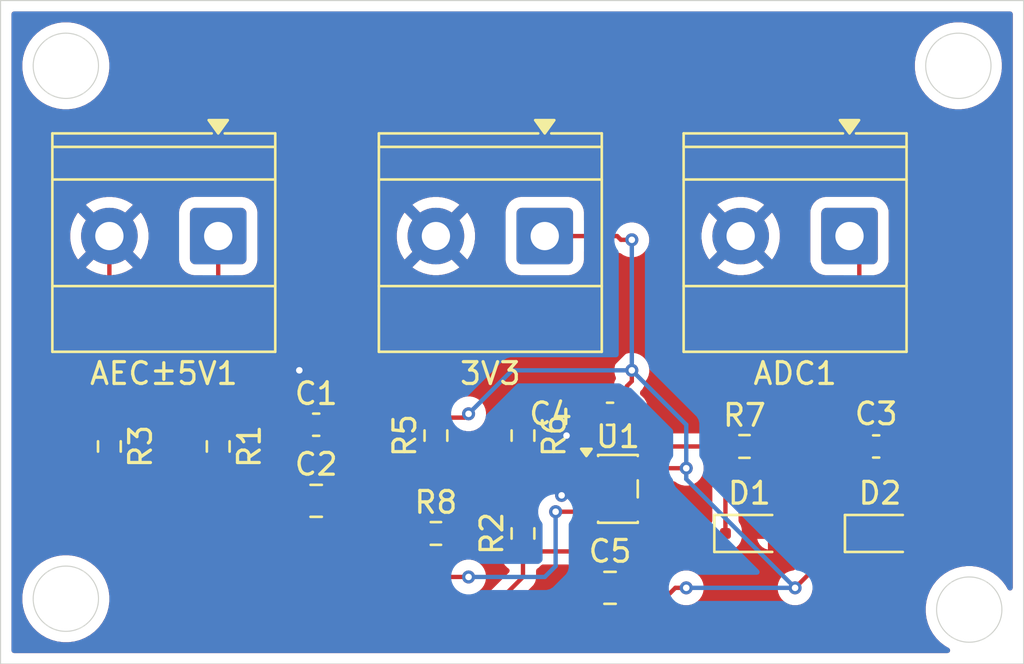
<source format=kicad_pcb>
(kicad_pcb (version 20241229) (generator "pcbnew") (generator_version "9.0")
  (layers (0 "F.Cu" signal) (2 "B.Cu" signal) (13 "F.Paste" user) (15 "B.Paste" user) (5 "F.SilkS" user "F.Silkscreen") (7 "B.SilkS" user "B.Silkscreen") (1 "F.Mask" user) (3 "B.Mask" user) (25 "Edge.Cuts" user))
  (net 0 "")
  (net 1 "V_Map")
  (net 2 "GND")
  (net 3 "/ADC Output")
  (net 4 "/V_Map_Output")
  (net 5 "Net-(U1--)")
  (net 6 "Net-(R2-Pad2)")
  (net 7 "Net-(3V3-Pin_1)")
  (net 8 "Net-(AEC±5V1-Pin_1)")
  (footprint "Capacitor_SMD:C_0805_2012Metric" (layer "F.Cu") (at 98.5 83.5)
    (property "Reference" "C2" (at 0 -1.68 0) (layer "F.SilkS"))
    (property "Value" "1uf")
    (fp_line (start -0.261252 -0.735) (end 0.261252 -0.735) (stroke (width 0.12)) (layer "F.SilkS"))
    (fp_line (start -0.261252 0.735) (end 0.261252 0.735) (stroke (width 0.12)) (layer "F.SilkS"))
    (pad "1" smd roundrect (at -0.95 0) (size 1 1.45) (layers "F.Cu" "F.Mask" "F.Paste") (net 2 "GND"))
    (pad "2" smd roundrect (at 0.95 0) (size 1 1.45) (layers "F.Cu" "F.Mask" "F.Paste") (net 1 "V_Map"))
  )
  (footprint "Capacitor_SMD:C_0603_1608Metric" (layer "F.Cu") (at 98.5 80)
    (property "Reference" "C1" (at 0 -1.43 0) (layer "F.SilkS"))
    (property "Value" "0.1uf")
    (fp_line (start -0.14058 -0.51) (end 0.14058 -0.51) (stroke (width 0.12)) (layer "F.SilkS"))
    (fp_line (start -0.14058 0.51) (end 0.14058 0.51) (stroke (width 0.12)) (layer "F.SilkS"))
    (pad "1" smd roundrect (at -0.775 0) (size 0.9 0.95) (layers "F.Cu" "F.Mask" "F.Paste") (net 2 "GND"))
    (pad "2" smd roundrect (at 0.775 0) (size 0.9 0.95) (layers "F.Cu" "F.Mask" "F.Paste") (net 1 "V_Map"))
  )
  (footprint "TerminalBlock_Phoenix:TerminalBlock_Phoenix_MKDS-1,5-2_1x02_P5.00mm_Horizontal" (layer "F.Cu") (at 109 71.3275 180)
    (property "Reference" "3V3" (at 2.5 -6.32 0) (layer "F.SilkS"))
    (property "Value" "3.3")
    (fp_line (start 7.62 4.72) (end 0.3 4.72) (stroke (width 0.12)) (layer "F.SilkS"))
    (fp_line (start 7.62 -5.32) (end 7.62 4.72) (stroke (width 0.12)) (layer "F.SilkS"))
    (fp_line (start -0.3 4.72) (end -2.62 4.72) (stroke (width 0.12)) (layer "F.SilkS"))
    (fp_line (start -2.62 4.72) (end -2.62 -5.32) (stroke (width 0.12)) (layer "F.SilkS"))
    (fp_line (start -2.62 4.1) (end 7.62 4.1) (stroke (width 0.12)) (layer "F.SilkS"))
    (fp_line (start -2.62 2.6) (end 7.62 2.6) (stroke (width 0.12)) (layer "F.SilkS"))
    (fp_line (start -2.62 -2.3) (end 7.62 -2.3) (stroke (width 0.12)) (layer "F.SilkS"))
    (fp_line (start -2.62 -5.32) (end 7.62 -5.32) (stroke (width 0.12)) (layer "F.SilkS"))
    (fp_poly (pts (xy 0 4.72) (xy 0.44 5.33) (xy -0.44 5.33)) (stroke (width 0.12)) (fill yes) (layer "F.SilkS"))
    (pad "1" thru_hole roundrect (at 0 0 180) (size 2.6 2.6) (drill 1.3) (layers "*.Cu" "*.Mask") (roundrect_rratio 0.096154) (net 7 "Net-(3V3-Pin_1)"))
    (pad "2" thru_hole circle (at 5 0 180) (size 2.6 2.6) (drill 1.3) (layers "*.Cu" "*.Mask") (net 2 "GND"))
  )
  (footprint "Resistor_SMD:R_0603_1608Metric" (layer "F.Cu") (at 104 85)
    (property "Reference" "R8" (at 0 -1.43 0) (layer "F.SilkS"))
    (property "Value" "10k")
    (fp_line (start -0.237258 -0.5225) (end 0.237258 -0.5225) (stroke (width 0.12)) (layer "F.SilkS"))
    (fp_line (start -0.237258 0.5225) (end 0.237258 0.5225) (stroke (width 0.12)) (layer "F.SilkS"))
    (pad "1" smd roundrect (at -0.825 0) (size 0.8 0.95) (layers "F.Cu" "F.Mask" "F.Paste") (net 4 "/V_Map_Output"))
    (pad "2" smd roundrect (at 0.825 0) (size 0.8 0.95) (layers "F.Cu" "F.Mask" "F.Paste") (net 1 "V_Map"))
  )
  (footprint "Capacitor_SMD:C_0603_1608Metric" (layer "F.Cu") (at 112 79.5)
    (property "Reference" "C4" (at -2.725 0 0) (layer "F.SilkS"))
    (property "Value" "0.1uf")
    (fp_line (start -0.14058 -0.51) (end 0.14058 -0.51) (stroke (width 0.12)) (layer "F.SilkS"))
    (fp_line (start -0.14058 0.51) (end 0.14058 0.51) (stroke (width 0.12)) (layer "F.SilkS"))
    (pad "1" smd roundrect (at -0.775 0) (size 0.9 0.95) (layers "F.Cu" "F.Mask" "F.Paste") (net 2 "GND"))
    (pad "2" smd roundrect (at 0.775 0) (size 0.9 0.95) (layers "F.Cu" "F.Mask" "F.Paste") (net 7 "Net-(3V3-Pin_1)"))
  )
  (footprint "Resistor_SMD:R_0603_1608Metric" (layer "F.Cu") (at 118.175 81)
    (property "Reference" "R7" (at 0 -1.43 0) (layer "F.SilkS"))
    (property "Value" "100")
    (fp_line (start -0.237258 -0.5225) (end 0.237258 -0.5225) (stroke (width 0.12)) (layer "F.SilkS"))
    (fp_line (start -0.237258 0.5225) (end 0.237258 0.5225) (stroke (width 0.12)) (layer "F.SilkS"))
    (pad "1" smd roundrect (at -0.825 0) (size 0.8 0.95) (layers "F.Cu" "F.Mask" "F.Paste") (net 6 "Net-(R2-Pad2)"))
    (pad "2" smd roundrect (at 0.825 0) (size 0.8 0.95) (layers "F.Cu" "F.Mask" "F.Paste") (net 3 "/ADC Output"))
  )
  (footprint "Resistor_SMD:R_0603_1608Metric" (layer "F.Cu") (at 108 80.5 -90)
    (property "Reference" "R6" (at 0 -1.43 90) (layer "F.SilkS"))
    (property "Value" "10k")
    (fp_line (start -0.237258 0.5225) (end 0.237258 0.5225) (stroke (width 0.12)) (layer "F.SilkS"))
    (fp_line (start -0.237258 -0.5225) (end 0.237258 -0.5225) (stroke (width 0.12)) (layer "F.SilkS"))
    (pad "1" smd roundrect (at -0.825 0 270) (size 0.8 0.95) (layers "F.Cu" "F.Mask" "F.Paste") (net 2 "GND"))
    (pad "2" smd roundrect (at 0.825 0 270) (size 0.8 0.95) (layers "F.Cu" "F.Mask" "F.Paste") (net 1 "V_Map"))
  )
  (footprint "Resistor_SMD:R_0603_1608Metric" (layer "F.Cu") (at 108 85 90)
    (property "Reference" "R2" (at 0 -1.43 90) (layer "F.SilkS"))
    (property "Value" "10k")
    (fp_line (start -0.237258 -0.5225) (end 0.237258 -0.5225) (stroke (width 0.12)) (layer "F.SilkS"))
    (fp_line (start -0.237258 0.5225) (end 0.237258 0.5225) (stroke (width 0.12)) (layer "F.SilkS"))
    (pad "1" smd roundrect (at -0.825 0 90) (size 0.8 0.95) (layers "F.Cu" "F.Mask" "F.Paste") (net 5 "Net-(U1--)"))
    (pad "2" smd roundrect (at 0.825 0 90) (size 0.8 0.95) (layers "F.Cu" "F.Mask" "F.Paste") (net 6 "Net-(R2-Pad2)"))
  )
  (footprint "Capacitor_SMD:C_0805_2012Metric" (layer "F.Cu") (at 112 87.5)
    (property "Reference" "C5" (at 0 -1.68 0) (layer "F.SilkS"))
    (property "Value" "1uf")
    (fp_line (start -0.261252 -0.735) (end 0.261252 -0.735) (stroke (width 0.12)) (layer "F.SilkS"))
    (fp_line (start -0.261252 0.735) (end 0.261252 0.735) (stroke (width 0.12)) (layer "F.SilkS"))
    (pad "1" smd roundrect (at -0.95 0) (size 1 1.45) (layers "F.Cu" "F.Mask" "F.Paste") (net 2 "GND"))
    (pad "2" smd roundrect (at 0.95 0) (size 1 1.45) (layers "F.Cu" "F.Mask" "F.Paste") (net 7 "Net-(3V3-Pin_1)"))
  )
  (footprint "Resistor_SMD:R_0603_1608Metric" (layer "F.Cu") (at 89 81 -90)
    (property "Reference" "R3" (at 0 -1.43 90) (layer "F.SilkS"))
    (property "Value" "33k")
    (fp_line (start -0.237258 0.5225) (end 0.237258 0.5225) (stroke (width 0.12)) (layer "F.SilkS"))
    (fp_line (start -0.237258 -0.5225) (end 0.237258 -0.5225) (stroke (width 0.12)) (layer "F.SilkS"))
    (pad "1" smd roundrect (at -0.825 0 270) (size 0.8 0.95) (layers "F.Cu" "F.Mask" "F.Paste") (net 2 "GND"))
    (pad "2" smd roundrect (at 0.825 0 270) (size 0.8 0.95) (layers "F.Cu" "F.Mask" "F.Paste") (net 5 "Net-(U1--)"))
  )
  (footprint "Diode_SMD:D_SOD-323F" (layer "F.Cu") (at 124.4 85)
    (property "Reference" "D2" (at 0 -1.85 0) (layer "F.SilkS"))
    (property "Value" "BAT54J")
    (fp_line (start -1.61 -0.85) (end -1.61 0.85) (stroke (width 0.12)) (layer "F.SilkS"))
    (fp_line (start -1.61 -0.85) (end 1.05 -0.85) (stroke (width 0.12)) (layer "F.SilkS"))
    (fp_line (start -1.61 0.85) (end 1.05 0.85) (stroke (width 0.12)) (layer "F.SilkS"))
    (pad "1" smd roundrect (at -1.1 0) (size 0.5 0.5) (layers "F.Cu" "F.Mask" "F.Paste") (net 7 "Net-(3V3-Pin_1)"))
    (pad "2" smd roundrect (at 1.1 0) (size 0.5 0.5) (layers "F.Cu" "F.Mask" "F.Paste") (net 3 "/ADC Output"))
  )
  (footprint "Resistor_SMD:R_0603_1608Metric" (layer "F.Cu") (at 94 81 -90)
    (property "Reference" "R1" (at 0 -1.43 90) (layer "F.SilkS"))
    (property "Value" "33k")
    (fp_line (start -0.237258 0.5225) (end 0.237258 0.5225) (stroke (width 0.12)) (layer "F.SilkS"))
    (fp_line (start -0.237258 -0.5225) (end 0.237258 -0.5225) (stroke (width 0.12)) (layer "F.SilkS"))
    (pad "1" smd roundrect (at -0.825 0 270) (size 0.8 0.95) (layers "F.Cu" "F.Mask" "F.Paste") (net 8 "Net-(AEC±5V1-Pin_1)"))
    (pad "2" smd roundrect (at 0.825 0 270) (size 0.8 0.95) (layers "F.Cu" "F.Mask" "F.Paste") (net 4 "/V_Map_Output"))
  )
  (footprint "Diode_SMD:D_SOD-323F" (layer "F.Cu") (at 118.4 85)
    (property "Reference" "D1" (at 0 -1.85 0) (layer "F.SilkS"))
    (property "Value" "BAT54J")
    (fp_line (start -1.61 -0.85) (end -1.61 0.85) (stroke (width 0.12)) (layer "F.SilkS"))
    (fp_line (start -1.61 -0.85) (end 1.05 -0.85) (stroke (width 0.12)) (layer "F.SilkS"))
    (fp_line (start -1.61 0.85) (end 1.05 0.85) (stroke (width 0.12)) (layer "F.SilkS"))
    (pad "1" smd roundrect (at -1.1 0) (size 0.5 0.5) (layers "F.Cu" "F.Mask" "F.Paste") (net 3 "/ADC Output"))
    (pad "2" smd roundrect (at 1.1 0) (size 0.5 0.5) (layers "F.Cu" "F.Mask" "F.Paste") (net 2 "GND"))
  )
  (footprint "Package_TO_SOT_SMD:SOT-23-5" (layer "F.Cu") (at 112.3625 82.95)
    (property "Reference" "U1" (at 0 -2.4 0) (layer "F.SilkS"))
    (property "Value" "TLV9061xDBV")
    (fp_line (start -0.91 -1.56) (end 0.91 -1.56) (stroke (width 0.12)) (layer "F.SilkS"))
    (fp_line (start -0.91 -1.51) (end -0.91 -1.56) (stroke (width 0.12)) (layer "F.SilkS"))
    (fp_line (start -0.91 1.56) (end -0.91 1.51) (stroke (width 0.12)) (layer "F.SilkS"))
    (fp_line (start 0.91 -1.56) (end 0.91 -1.51) (stroke (width 0.12)) (layer "F.SilkS"))
    (fp_line (start 0.91 -0.39) (end 0.91 0.39) (stroke (width 0.12)) (layer "F.SilkS"))
    (fp_line (start 0.91 1.51) (end 0.91 1.56) (stroke (width 0.12)) (layer "F.SilkS"))
    (fp_line (start 0.91 1.56) (end -0.91 1.56) (stroke (width 0.12)) (layer "F.SilkS"))
    (fp_poly (pts (xy -1.45 -1.51) (xy -1.69 -1.84) (xy -1.21 -1.84)) (stroke (width 0.12)) (fill yes) (layer "F.SilkS"))
    (pad "1" smd roundrect (at -1.1375 -0.95) (size 1.325 0.6) (layers "F.Cu" "F.Mask" "F.Paste") (net 6 "Net-(R2-Pad2)"))
    (pad "2" smd roundrect (at -1.1375 0) (size 1.325 0.6) (layers "F.Cu" "F.Mask" "F.Paste") (net 2 "GND"))
    (pad "3" smd roundrect (at -1.1375 0.95) (size 1.325 0.6) (layers "F.Cu" "F.Mask" "F.Paste") (net 4 "/V_Map_Output"))
    (pad "4" smd roundrect (at 1.1375 0.95) (size 1.325 0.6) (layers "F.Cu" "F.Mask" "F.Paste") (net 5 "Net-(U1--)"))
    (pad "5" smd roundrect (at 1.1375 -0.95) (size 1.325 0.6) (layers "F.Cu" "F.Mask" "F.Paste") (net 7 "Net-(3V3-Pin_1)"))
  )
  (footprint "TerminalBlock_Phoenix:TerminalBlock_Phoenix_MKDS-1,5-2_1x02_P5.00mm_Horizontal" (layer "F.Cu") (at 123 71.3275 180)
    (property "Reference" "ADC1" (at 2.5 -6.32 0) (layer "F.SilkS"))
    (property "Value" "Screw_Terminal_01x02")
    (fp_line (start 7.62 4.72) (end 0.3 4.72) (stroke (width 0.12)) (layer "F.SilkS"))
    (fp_line (start 7.62 -5.32) (end 7.62 4.72) (stroke (width 0.12)) (layer "F.SilkS"))
    (fp_line (start -0.3 4.72) (end -2.62 4.72) (stroke (width 0.12)) (layer "F.SilkS"))
    (fp_line (start -2.62 4.72) (end -2.62 -5.32) (stroke (width 0.12)) (layer "F.SilkS"))
    (fp_line (start -2.62 4.1) (end 7.62 4.1) (stroke (width 0.12)) (layer "F.SilkS"))
    (fp_line (start -2.62 2.6) (end 7.62 2.6) (stroke (width 0.12)) (layer "F.SilkS"))
    (fp_line (start -2.62 -2.3) (end 7.62 -2.3) (stroke (width 0.12)) (layer "F.SilkS"))
    (fp_line (start -2.62 -5.32) (end 7.62 -5.32) (stroke (width 0.12)) (layer "F.SilkS"))
    (fp_poly (pts (xy 0 4.72) (xy 0.44 5.33) (xy -0.44 5.33)) (stroke (width 0.12)) (fill yes) (layer "F.SilkS"))
    (pad "1" thru_hole roundrect (at 0 0 180) (size 2.6 2.6) (drill 1.3) (layers "*.Cu" "*.Mask") (roundrect_rratio 0.096154) (net 3 "/ADC Output"))
    (pad "2" thru_hole circle (at 5 0 180) (size 2.6 2.6) (drill 1.3) (layers "*.Cu" "*.Mask") (net 2 "GND"))
  )
  (footprint "Resistor_SMD:R_0603_1608Metric" (layer "F.Cu") (at 104 80.5 90)
    (property "Reference" "R5" (at 0 -1.43 90) (layer "F.SilkS"))
    (property "Value" "10k")
    (fp_line (start -0.237258 -0.5225) (end 0.237258 -0.5225) (stroke (width 0.12)) (layer "F.SilkS"))
    (fp_line (start -0.237258 0.5225) (end 0.237258 0.5225) (stroke (width 0.12)) (layer "F.SilkS"))
    (pad "1" smd roundrect (at -0.825 0 90) (size 0.8 0.95) (layers "F.Cu" "F.Mask" "F.Paste") (net 1 "V_Map"))
    (pad "2" smd roundrect (at 0.825 0 90) (size 0.8 0.95) (layers "F.Cu" "F.Mask" "F.Paste") (net 7 "Net-(3V3-Pin_1)"))
  )
  (footprint "TerminalBlock_Phoenix:TerminalBlock_Phoenix_MKDS-1,5-2_1x02_P5.00mm_Horizontal" (layer "F.Cu") (at 94 71.3275 180)
    (property "Reference" "AEC±5V1" (at 2.5 -6.32 0) (layer "F.SilkS"))
    (property "Value" "5")
    (fp_line (start 7.62 4.72) (end 0.3 4.72) (stroke (width 0.12)) (layer "F.SilkS"))
    (fp_line (start 7.62 -5.32) (end 7.62 4.72) (stroke (width 0.12)) (layer "F.SilkS"))
    (fp_line (start -0.3 4.72) (end -2.62 4.72) (stroke (width 0.12)) (layer "F.SilkS"))
    (fp_line (start -2.62 4.72) (end -2.62 -5.32) (stroke (width 0.12)) (layer "F.SilkS"))
    (fp_line (start -2.62 4.1) (end 7.62 4.1) (stroke (width 0.12)) (layer "F.SilkS"))
    (fp_line (start -2.62 2.6) (end 7.62 2.6) (stroke (width 0.12)) (layer "F.SilkS"))
    (fp_line (start -2.62 -2.3) (end 7.62 -2.3) (stroke (width 0.12)) (layer "F.SilkS"))
    (fp_line (start -2.62 -5.32) (end 7.62 -5.32) (stroke (width 0.12)) (layer "F.SilkS"))
    (fp_poly (pts (xy 0 4.72) (xy 0.44 5.33) (xy -0.44 5.33)) (stroke (width 0.12)) (fill yes) (layer "F.SilkS"))
    (pad "1" thru_hole roundrect (at 0 0 180) (size 2.6 2.6) (drill 1.3) (layers "*.Cu" "*.Mask") (roundrect_rratio 0.096154) (net 8 "Net-(AEC±5V1-Pin_1)"))
    (pad "2" thru_hole circle (at 5 0 180) (size 2.6 2.6) (drill 1.3) (layers "*.Cu" "*.Mask") (net 2 "GND"))
  )
  (footprint "Capacitor_SMD:C_0603_1608Metric" (layer "F.Cu") (at 124.225 81 180)
    (property "Reference" "C3" (at 0 1.5 0) (layer "F.SilkS"))
    (property "Value" "1nf")
    (fp_line (start -0.14058 0.51) (end 0.14058 0.51) (stroke (width 0.12)) (layer "F.SilkS"))
    (fp_line (start -0.14058 -0.51) (end 0.14058 -0.51) (stroke (width 0.12)) (layer "F.SilkS"))
    (pad "1" smd roundrect (at -0.775 0 180) (size 0.9 0.95) (layers "F.Cu" "F.Mask" "F.Paste") (net 2 "GND"))
    (pad "2" smd roundrect (at 0.775 0 180) (size 0.9 0.95) (layers "F.Cu" "F.Mask" "F.Paste") (net 3 "/ADC Output"))
  )
  (gr_rect (start 84 60.5) (end 131 91) (stroke (width 0.05)) (fill no) (layer "Edge.Cuts"))
  (gr_circle (center 128 63.5) (end 129.5 63.5) (stroke (width 0.05)) (fill no) (layer "Edge.Cuts"))
  (gr_circle (center 87 63.5) (end 88.5 63.5) (stroke (width 0.05)) (fill no) (layer "Edge.Cuts"))
  (gr_circle (center 87 88) (end 88.5 88) (stroke (width 0.05)) (fill no) (layer "Edge.Cuts"))
  (gr_circle (center 128.5 88.5) (end 130 88.5) (stroke (width 0.05)) (fill no) (layer "Edge.Cuts"))
  (segment (start 108 81.325) (end 104 81.325) (width 0.2) (layer "F.Cu") (net 1))
  (segment (start 99.275 80) (end 102.675 80) (width 0.2) (layer "F.Cu") (net 1))
  (segment (start 104.825 85) (end 104.825 82.15) (width 0.2) (layer "F.Cu") (net 1))
  (segment (start 104.825 82.15) (end 104 81.325) (width 0.2) (layer "F.Cu") (net 1))
  (segment (start 99.275 83.325) (end 99.45 83.5) (width 0.2) (layer "F.Cu") (net 1))
  (segment (start 99.275 80) (end 99.275 83.325) (width 0.2) (layer "F.Cu") (net 1))
  (segment (start 102.675 80) (end 104 81.325) (width 0.2) (layer "F.Cu") (net 1))
  (segment (start 110.225 80.5) (end 111.225 79.5) (width 0.2) (layer "F.Cu") (net 2))
  (segment (start 99.8275 75.5) (end 99 75.5) (width 0.2) (layer "F.Cu") (net 2))
  (segment (start 93 90) (end 108.55 90) (width 0.2) (layer "F.Cu") (net 2))
  (segment (start 119.5 85) (end 119.5 86.5) (width 0.2) (layer "F.Cu") (net 2))
  (segment (start 88 81.175) (end 88 85) (width 0.2) (layer "F.Cu") (net 2))
  (segment (start 113.05 89.5) (end 111.05 87.5) (width 0.2) (layer "F.Cu") (net 2))
  (segment (start 89 80.175) (end 88 81.175) (width 0.2) (layer "F.Cu") (net 2))
  (segment (start 108 79.675) (end 107.675 79.675) (width 0.2) (layer "F.Cu") (net 2))
  (segment (start 108.55 90) (end 111.05 87.5) (width 0.2) (layer "F.Cu") (net 2))
  (segment (start 111.225 79.5) (end 111.225 78.1025) (width 0.2) (layer "F.Cu") (net 2))
  (segment (start 99 75.5) (end 98 75.5) (width 0.2) (layer "F.Cu") (net 2))
  (segment (start 104 71.3275) (end 99.8275 75.5) (width 0.2) (layer "F.Cu") (net 2))
  (segment (start 116.5 89.5) (end 113.05 89.5) (width 0.2) (layer "F.Cu") (net 2))
  (segment (start 107.675 79.675) (end 105.5 77.5) (width 0.2) (layer "F.Cu") (net 2))
  (segment (start 97.725 77.5) (end 97.725 80) (width 0.2) (layer "F.Cu") (net 2))
  (segment (start 110.073529 82.95) (end 109.774837 83.248692) (width 0.2) (layer "F.Cu") (net 2))
  (segment (start 89 71.3275) (end 89 80.175) (width 0.2) (layer "F.Cu") (net 2))
  (segment (start 111.225 82.95) (end 110.073529 82.95) (width 0.2) (layer "F.Cu") (net 2))
  (segment (start 119.5 86.5) (end 116.5 89.5) (width 0.2) (layer "F.Cu") (net 2))
  (segment (start 97.725 83.325) (end 97.55 83.5) (width 0.2) (layer "F.Cu") (net 2))
  (segment (start 97.725 80) (end 97.725 83.325) (width 0.2) (layer "F.Cu") (net 2))
  (segment (start 108 79.675) (end 111.05 79.675) (width 0.2) (layer "F.Cu") (net 2))
  (segment (start 98 75.5) (end 97.725 75.775) (width 0.2) (layer "F.Cu") (net 2))
  (segment (start 111.225 78.1025) (end 118 71.3275) (width 0.2) (layer "F.Cu") (net 2))
  (segment (start 121 85) (end 119.5 85) (width 0.2) (layer "F.Cu") (net 2))
  (segment (start 97.725 75.775) (end 97.725 77.5) (width 0.2) (layer "F.Cu") (net 2))
  (segment (start 105.5 77.5) (end 97.725 77.5) (width 0.2) (layer "F.Cu") (net 2))
  (segment (start 88 85) (end 93 90) (width 0.2) (layer "F.Cu") (net 2))
  (segment (start 111.05 79.675) (end 111.225 79.5) (width 0.2) (layer "F.Cu") (net 2))
  (segment (start 125 81) (end 121 85) (width 0.2) (layer "F.Cu") (net 2))
  (segment (start 110 80.5) (end 110.225 80.5) (width 0.2) (layer "F.Cu") (net 2))
  (via (at 110 80.5) (size 0.6) (drill 0.3) (layers "F.Cu" "B.Cu") (net 2))
  (via (at 97.725 77.5) (size 0.6) (drill 0.3) (layers "F.Cu" "B.Cu") (net 2))
  (via (at 109.774837 83.248692) (size 0.6) (drill 0.3) (layers "F.Cu" "B.Cu") (net 2))
  (segment (start 115.1725 68.5) (end 106.8275 68.5) (width 0.2) (layer "B.Cu") (net 2))
  (segment (start 101.1725 68.5) (end 91.8275 68.5) (width 0.2) (layer "B.Cu") (net 2))
  (segment (start 106.8275 68.5) (end 104 71.3275) (width 0.2) (layer "B.Cu") (net 2))
  (segment (start 95.1725 77.5) (end 97.725 77.5) (width 0.2) (layer "B.Cu") (net 2))
  (segment (start 89 71.3275) (end 95.1725 77.5) (width 0.2) (layer "B.Cu") (net 2))
  (segment (start 109.774837 80.725163) (end 110 80.5) (width 0.2) (layer "B.Cu") (net 2))
  (segment (start 109.774837 83.248692) (end 109.774837 80.725163) (width 0.2) (layer "B.Cu") (net 2))
  (segment (start 118 71.3275) (end 115.1725 68.5) (width 0.2) (layer "B.Cu") (net 2))
  (segment (start 104 71.3275) (end 101.1725 68.5) (width 0.2) (layer "B.Cu") (net 2))
  (segment (start 91.8275 68.5) (end 89 71.3275) (width 0.2) (layer "B.Cu") (net 2))
  (segment (start 123.45 71.7775) (end 123 71.3275) (width 0.2) (layer "F.Cu") (net 3))
  (segment (start 117.3 85) (end 117.3 82.7) (width 0.2) (layer "F.Cu") (net 3))
  (segment (start 125.5 85) (end 127.5 83) (width 0.2) (layer "F.Cu") (net 3))
  (segment (start 127.5 83) (end 127.5 79.5) (width 0.2) (layer "F.Cu") (net 3))
  (segment (start 127.5 79.5) (end 124.95 79.5) (width 0.2) (layer "F.Cu") (net 3))
  (segment (start 117.3 82.7) (end 119 81) (width 0.2) (layer "F.Cu") (net 3))
  (segment (start 123.45 81) (end 123.45 71.7775) (width 0.2) (layer "F.Cu") (net 3))
  (segment (start 124.95 79.5) (end 123.45 81) (width 0.2) (layer "F.Cu") (net 3))
  (segment (start 123.45 81) (end 119 81) (width 0.2) (layer "F.Cu") (net 3))
  (segment (start 95.5 86) (end 100.5 86) (width 0.2) (layer "F.Cu") (net 4))
  (segment (start 101.5 85) (end 103.175 85) (width 0.2) (layer "F.Cu") (net 4))
  (segment (start 109.5 84) (end 111.125 84) (width 0.2) (layer "F.Cu") (net 4))
  (segment (start 94 81.825) (end 94 84.5) (width 0.2) (layer "F.Cu") (net 4))
  (segment (start 103.5 87) (end 105.5 87) (width 0.2) (layer "F.Cu") (net 4))
  (segment (start 100.5 86) (end 101.5 85) (width 0.2) (layer "F.Cu") (net 4))
  (segment (start 103.175 85) (end 103.175 86.675) (width 0.2) (layer "F.Cu") (net 4))
  (segment (start 111.125 84) (end 111.225 83.9) (width 0.2) (layer "F.Cu") (net 4))
  (segment (start 94 84.5) (end 95.5 86) (width 0.2) (layer "F.Cu") (net 4))
  (segment (start 103.175 86.675) (end 103.5 87) (width 0.2) (layer "F.Cu") (net 4))
  (via (at 109.5 84) (size 0.6) (drill 0.3) (layers "F.Cu" "B.Cu") (net 4))
  (via (at 105.5 87) (size 0.6) (drill 0.3) (layers "F.Cu" "B.Cu") (net 4))
  (segment (start 109.5 86.5) (end 109.5 84) (width 0.2) (layer "B.Cu") (net 4))
  (segment (start 109 87) (end 109.5 86.5) (width 0.2) (layer "B.Cu") (net 4))
  (segment (start 105.5 87) (end 109 87) (width 0.2) (layer "B.Cu") (net 4))
  (segment (start 94 88.5) (end 106.5 88.5) (width 0.2) (layer "F.Cu") (net 5))
  (segment (start 108 87) (end 108 85.825) (width 0.2) (layer "F.Cu") (net 5))
  (segment (start 108 85.825) (end 111.575 85.825) (width 0.2) (layer "F.Cu") (net 5))
  (segment (start 89 81.825) (end 89 83.5) (width 0.2) (layer "F.Cu") (net 5))
  (segment (start 106.5 88.5) (end 108 87) (width 0.2) (layer "F.Cu") (net 5))
  (segment (start 89 83.5) (end 94 88.5) (width 0.2) (layer "F.Cu") (net 5))
  (segment (start 111.575 85.825) (end 113.5 83.9) (width 0.2) (layer "F.Cu") (net 5))
  (segment (start 108 84.175) (end 110.175 82) (width 0.2) (layer "F.Cu") (net 6))
  (segment (start 112.225 81) (end 111.225 82) (width 0.2) (layer "F.Cu") (net 6))
  (segment (start 117.35 81) (end 112.225 81) (width 0.2) (layer "F.Cu") (net 6))
  (segment (start 110.175 82) (end 111.225 82) (width 0.2) (layer "F.Cu") (net 6))
  (segment (start 105.325 79.675) (end 105.5 79.5) (width 0.2) (layer "F.Cu") (net 7))
  (segment (start 112.3275 71.3275) (end 109 71.3275) (width 0.2) (layer "F.Cu") (net 7))
  (segment (start 113 71.5) (end 112.5 71.5) (width 0.2) (layer "F.Cu") (net 7))
  (segment (start 114.5 88) (end 113.45 88) (width 0.2) (layer "F.Cu") (net 7))
  (segment (start 123.3 85) (end 123 85) (width 0.2) (layer "F.Cu") (net 7))
  (segment (start 123 85) (end 120.5 87.5) (width 0.2) (layer "F.Cu") (net 7))
  (segment (start 112.775 78.225) (end 112.775 79.5) (width 0.2) (layer "F.Cu") (net 7))
  (segment (start 113 77.5) (end 113 78) (width 0.2) (layer "F.Cu") (net 7))
  (segment (start 115.5 87.5) (end 115 87.5) (width 0.2) (layer "F.Cu") (net 7))
  (segment (start 113.5 82) (end 115.5 82) (width 0.2) (layer "F.Cu") (net 7))
  (segment (start 113 78) (end 112.775 78.225) (width 0.2) (layer "F.Cu") (net 7))
  (segment (start 113.45 88) (end 112.95 87.5) (width 0.2) (layer "F.Cu") (net 7))
  (segment (start 115 87.5) (end 114.5 88) (width 0.2) (layer "F.Cu") (net 7))
  (segment (start 112.5 71.5) (end 112.3275 71.3275) (width 0.2) (layer "F.Cu") (net 7))
  (segment (start 104 79.675) (end 105.325 79.675) (width 0.2) (layer "F.Cu") (net 7))
  (via (at 120.5 87.5) (size 0.6) (drill 0.3) (layers "F.Cu" "B.Cu") (net 7))
  (via (at 105.5 79.5) (size 0.6) (drill 0.3) (layers "F.Cu" "B.Cu") (net 7))
  (via (at 113 71.5) (size 0.6) (drill 0.3) (layers "F.Cu" "B.Cu") (net 7))
  (via (at 113 77.5) (size 0.6) (drill 0.3) (layers "F.Cu" "B.Cu") (net 7))
  (via (at 115.5 87.5) (size 0.6) (drill 0.3) (layers "F.Cu" "B.Cu") (net 7))
  (via (at 115.5 82) (size 0.6) (drill 0.3) (layers "F.Cu" "B.Cu") (net 7))
  (segment (start 107.5 77.5) (end 113 77.5) (width 0.2) (layer "B.Cu") (net 7))
  (segment (start 115.5 80) (end 115.5 82) (width 0.2) (layer "B.Cu") (net 7))
  (segment (start 115.5 82.5) (end 120.5 87.5) (width 0.2) (layer "B.Cu") (net 7))
  (segment (start 115.5 82) (end 115.5 82.5) (width 0.2) (layer "B.Cu") (net 7))
  (segment (start 120.5 87.5) (end 115.5 87.5) (width 0.2) (layer "B.Cu") (net 7))
  (segment (start 113 77.5) (end 113 71.5) (width 0.2) (layer "B.Cu") (net 7))
  (segment (start 105.5 79.5) (end 107.5 77.5) (width 0.2) (layer "B.Cu") (net 7))
  (segment (start 113 77.5) (end 115.5 80) (width 0.2) (layer "B.Cu") (net 7))
  (segment (start 94 71.3275) (end 94 80.175) (width 0.2) (layer "F.Cu") (net 8))
  (zone (net 2) (net_name "GND") (layers "F.Cu" "B.Cu") (connect_pads (clearance 0.5)) (min_thickness 0.25) (fill yes (thermal_gap 0.5) (thermal_bridge_width 0.5))
    (polygon (pts (xy 84 60.5) (xy 131 60.5) (xy 131 91) (xy 84 91)))
  )
)
</source>
